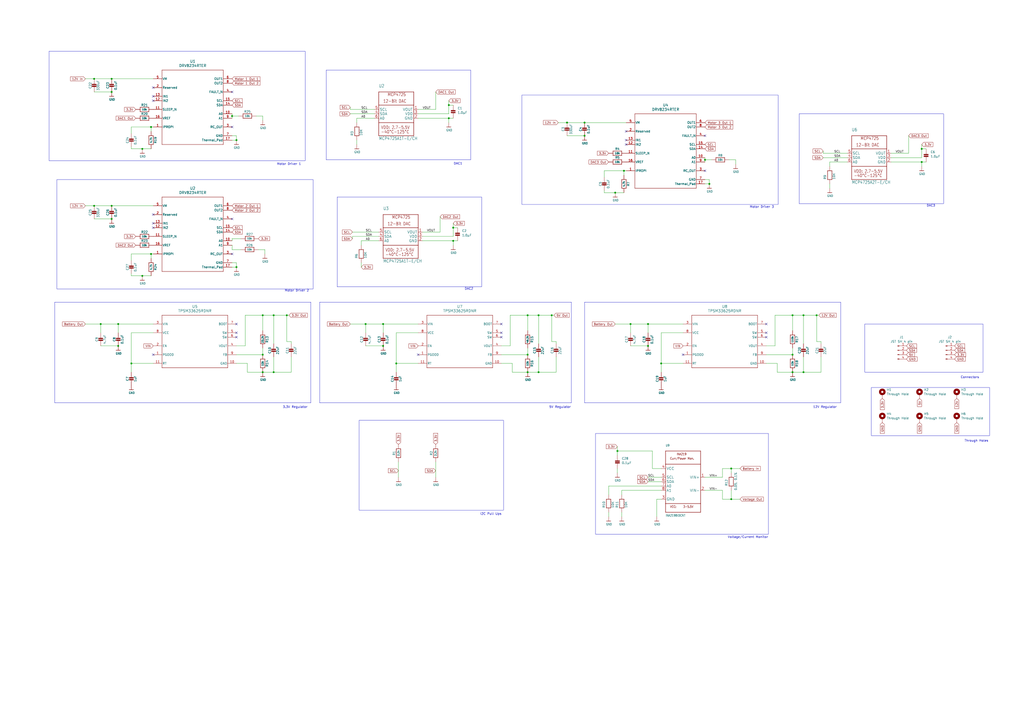
<source format=kicad_sch>
(kicad_sch (version 20250114) (generator "eeschema") (generator_version "9.0")
  (paper "A2")
  (rectangle (start 185.42 175.26) (end 331.47 233.68))
  (rectangle (start 501.65 187.96) (end 570.23 215.9))
  (rectangle (start 208.28 243.84) (end 292.1 295.91))
  (rectangle (start 339.09 175.26) (end 487.68 233.68))
  (rectangle (start 33.02 104.14) (end 181.61 167.64))
  (rectangle (start 28.448 29.718) (end 177.038 93.218))
  (rectangle (start 31.75 175.26) (end 180.34 233.68))
  (rectangle (start 195.58 114.3) (end 279.4 166.37))
  (rectangle (start 505.46 224.79) (end 574.04 252.73))
  (rectangle (start 189.23 40.64) (end 273.05 92.71))
  (rectangle (start 463.55 66.04) (end 547.37 118.11))
  (rectangle (start 302.768 55.118) (end 451.358 118.618))
  (rectangle (start 345.44 251.46) (end 445.77 309.88))
  (text "Motor Driver 3\n\n\n" (at 441.96 122.174 0) (effects (font (size 1.27 1.27))))
  (text "Motor Driver 2\n\n" (at 172.212 169.672 0) (effects (font (size 1.27 1.27))))
  (text "DAC1\n" (at 265.684 94.996 0) (effects (font (size 1.27 1.27))))
  (text "3.3V Regulator\n" (at 171.196 236.22 0) (effects (font (size 1.27 1.27))))
  (text "Motor Driver 1\n" (at 167.64 95.25 0) (effects (font (size 1.27 1.27))))
  (text "Voltage/Current Monitor\n" (at 433.832 311.658 0) (effects (font (size 1.27 1.27))))
  (text "DAC2\n\n" (at 272.034 168.656 0) (effects (font (size 1.27 1.27))))
  (text "Connectors\n" (at 562.61 218.948 0) (effects (font (size 1.27 1.27))))
  (text "Through Holes" (at 566.42 255.778 0) (effects (font (size 1.27 1.27))))
  (text "5V Regulator\n" (at 324.866 236.22 0) (effects (font (size 1.27 1.27))))
  (text "I2C Pull Ups\n" (at 284.734 298.196 0) (effects (font (size 1.27 1.27))))
  (text "12V Regulator\n" (at 478.536 236.22 0) (effects (font (size 1.27 1.27))))
  (text "DAC3\n\n" (at 540.004 120.396 0) (effects (font (size 1.27 1.27))))
  (junction (at 534.67 86.36))
  (junction (at 312.42 215.9))
  (junction (at 466.09 182.88))
  (junction (at 212.09 187.96))
  (junction (at 82.55 160.02))
  (junction (at 320.04 182.88))
  (junction (at 64.77 45.72))
  (junction (at 158.75 182.88))
  (junction (at 152.4 215.9))
  (junction (at 534.67 93.98))
  (junction (at 152.4 205.74))
  (junction (at 361.95 99.06))
  (junction (at 260.35 60.96))
  (junction (at 424.18 289.56))
  (junction (at 137.16 81.28))
  (junction (at 68.58 187.96))
  (junction (at 339.09 78.74))
  (junction (at 137.16 154.94))
  (junction (at 358.14 261.62))
  (junction (at 459.74 215.9))
  (junction (at 473.71 182.88))
  (junction (at 260.35 68.58))
  (junction (at 375.92 200.66))
  (junction (at 466.09 215.9))
  (junction (at 87.63 73.66))
  (junction (at 459.74 205.74))
  (junction (at 222.25 187.96))
  (junction (at 339.09 71.12))
  (junction (at 424.18 271.78))
  (junction (at 411.48 106.68))
  (junction (at 383.54 210.82))
  (junction (at 222.25 200.66))
  (junction (at 68.58 200.66))
  (junction (at 134.62 67.31))
  (junction (at 229.87 210.82))
  (junction (at 87.63 147.32))
  (junction (at 158.75 215.9))
  (junction (at 312.42 182.88))
  (junction (at 408.94 92.71))
  (junction (at 306.07 182.88))
  (junction (at 306.07 215.9))
  (junction (at 64.77 127))
  (junction (at 58.42 187.96))
  (junction (at 365.76 187.96))
  (junction (at 375.92 187.96))
  (junction (at 76.2 210.82))
  (junction (at 459.74 182.88))
  (junction (at 64.77 119.38))
  (junction (at 356.87 111.76))
  (junction (at 152.4 182.88))
  (junction (at 54.61 45.72))
  (junction (at 54.61 119.38))
  (junction (at 166.37 182.88))
  (junction (at 328.93 71.12))
  (junction (at 262.89 132.08))
  (junction (at 64.77 53.34))
  (junction (at 262.89 139.7))
  (junction (at 82.55 86.36))
  (junction (at 306.07 205.74))
  (no_connect (at 88.9 58.42))
  (no_connect (at 444.5 195.58))
  (no_connect (at 88.9 129.54))
  (no_connect (at 88.9 124.46))
  (no_connect (at 444.5 193.04))
  (no_connect (at 137.16 195.58))
  (no_connect (at 134.62 127))
  (no_connect (at 88.9 55.88))
  (no_connect (at 290.83 195.58))
  (no_connect (at 134.62 53.34))
  (no_connect (at 134.62 73.66))
  (no_connect (at 242.57 205.74))
  (no_connect (at 396.24 205.74))
  (no_connect (at 88.9 132.08))
  (no_connect (at 363.22 76.2))
  (no_connect (at 408.94 78.74))
  (no_connect (at 408.94 99.06))
  (no_connect (at 137.16 193.04))
  (no_connect (at 290.83 193.04))
  (no_connect (at 363.22 81.28))
  (no_connect (at 363.22 83.82))
  (no_connect (at 88.9 50.8))
  (no_connect (at 444.5 187.96))
  (no_connect (at 290.83 187.96))
  (no_connect (at 134.62 147.32))
  (no_connect (at 88.9 205.74))
  (no_connect (at 137.16 187.96))
  (wire (pts (xy 411.48 106.68) (xy 408.94 106.68)))
  (wire (pts (xy 378.46 261.62) (xy 358.14 261.62)) (stroke (width 0.1524)))
  (wire (pts (xy 360.68 284.48) (xy 360.68 287.02)) (stroke (width 0.1524)))
  (wire (pts (xy 450.85 210.82) (xy 450.85 215.9)))
  (wire (pts (xy 350.52 111.76) (xy 356.87 111.76)))
  (wire (pts (xy 142.24 200.66) (xy 142.24 182.88)))
  (wire (pts (xy 383.54 284.48) (xy 360.68 284.48)) (stroke (width 0.1524)))
  (wire (pts (xy 481.33 106.68) (xy 481.33 109.22)) (stroke (width 0.1524)))
  (wire (pts (xy 312.42 215.9) (xy 306.07 215.9)))
  (wire (pts (xy 422.91 92.71) (xy 426.72 92.71)))
  (wire (pts (xy 260.35 66.04) (xy 260.35 60.96)) (stroke (width 0.1524)))
  (wire (pts (xy 328.93 71.12) (xy 339.09 71.12)))
  (wire (pts (xy 87.63 73.66) (xy 87.63 76.2)))
  (wire (pts (xy 137.16 78.74) (xy 137.16 81.28)))
  (wire (pts (xy 137.16 152.4) (xy 137.16 154.94)))
  (wire (pts (xy 76.2 210.82) (xy 76.2 215.9)))
  (wire (pts (xy 516.89 93.98) (xy 534.67 93.98)) (stroke (width 0.1524)))
  (wire (pts (xy 166.37 198.12) (xy 166.37 182.88)))
  (wire (pts (xy 76.2 160.02) (xy 82.55 160.02)))
  (wire (pts (xy 408.94 284.48) (xy 419.1 284.48)) (stroke (width 0.1524)))
  (wire (pts (xy 153.67 144.78) (xy 153.67 147.32)))
  (wire (pts (xy 516.89 88.9) (xy 527.05 88.9)) (stroke (width 0.1524)))
  (wire (pts (xy 476.25 198.12) (xy 473.71 198.12)))
  (wire (pts (xy 143.51 215.9) (xy 152.4 215.9)))
  (wire (pts (xy 419.1 271.78) (xy 424.18 271.78)) (stroke (width 0.1524)))
  (wire (pts (xy 209.55 152.4) (xy 209.55 154.94)))
  (wire (pts (xy 365.76 187.96) (xy 365.76 193.04)))
  (wire (pts (xy 477.52 88.9) (xy 491.49 88.9)) (stroke (width 0.1524)))
  (wire (pts (xy 537.21 93.98) (xy 534.67 93.98)) (stroke (width 0.1524)))
  (wire (pts (xy 429.26 271.78) (xy 424.18 271.78)) (stroke (width 0.1524)))
  (wire (pts (xy 262.89 139.7) (xy 262.89 142.24)) (stroke (width 0.1524)))
  (wire (pts (xy 516.89 91.44) (xy 534.67 91.44)) (stroke (width 0.1524)))
  (wire (pts (xy 476.25 207.01) (xy 476.25 215.9)))
  (wire (pts (xy 68.58 187.96) (xy 88.9 187.96)))
  (wire (pts (xy 383.54 276.86) (xy 375.92 276.86)) (stroke (width 0.1524)))
  (wire (pts (xy 158.75 199.39) (xy 158.75 182.88)))
  (wire (pts (xy 534.67 93.98) (xy 534.67 96.52)) (stroke (width 0.1524)))
  (wire (pts (xy 363.22 99.06) (xy 361.95 99.06)))
  (wire (pts (xy 64.77 45.72) (xy 88.9 45.72)))
  (wire (pts (xy 481.33 93.98) (xy 481.33 96.52)) (stroke (width 0.1524)))
  (wire (pts (xy 312.42 182.88) (xy 320.04 182.88)))
  (wire (pts (xy 322.58 207.01) (xy 322.58 215.9)))
  (wire (pts (xy 322.58 198.12) (xy 320.04 198.12)))
  (wire (pts (xy 54.61 53.34) (xy 64.77 53.34)))
  (wire (pts (xy 245.11 137.16) (xy 262.89 137.16)) (stroke (width 0.1524)))
  (wire (pts (xy 381 289.56) (xy 381 299.72)) (stroke (width 0.1524)))
  (wire (pts (xy 49.53 119.38) (xy 54.61 119.38)))
  (wire (pts (xy 166.37 182.88) (xy 167.64 182.88)))
  (wire (pts (xy 158.75 207.01) (xy 158.75 215.9)))
  (wire (pts (xy 49.53 187.96) (xy 58.42 187.96)))
  (wire (pts (xy 459.74 182.88) (xy 466.09 182.88)))
  (wire (pts (xy 262.89 137.16) (xy 262.89 132.08)) (stroke (width 0.1524)))
  (wire (pts (xy 408.94 92.71) (xy 408.94 93.98)))
  (wire (pts (xy 137.16 205.74) (xy 152.4 205.74)))
  (wire (pts (xy 242.57 193.04) (xy 229.87 193.04)))
  (wire (pts (xy 217.17 68.58) (xy 207.01 68.58)) (stroke (width 0.1524)))
  (wire (pts (xy 168.91 215.9) (xy 158.75 215.9)))
  (wire (pts (xy 353.06 297.18) (xy 353.06 299.72)) (stroke (width 0.1524)))
  (wire (pts (xy 87.63 147.32) (xy 76.2 147.32)))
  (wire (pts (xy 424.18 289.56) (xy 429.26 289.56)) (stroke (width 0.1524)))
  (wire (pts (xy 137.16 81.28) (xy 134.62 81.28)))
  (wire (pts (xy 203.2 66.04) (xy 217.17 66.04)) (stroke (width 0.1524)))
  (wire (pts (xy 408.94 104.14) (xy 411.48 104.14)))
  (wire (pts (xy 534.67 86.36) (xy 534.67 83.82)) (stroke (width 0.1524)))
  (wire (pts (xy 426.72 92.71) (xy 426.72 95.25)))
  (wire (pts (xy 255.27 125.73) (xy 255.27 134.62)))
  (wire (pts (xy 88.9 193.04) (xy 76.2 193.04)))
  (wire (pts (xy 375.92 187.96) (xy 396.24 187.96)))
  (wire (pts (xy 527.05 78.74) (xy 527.05 88.9)))
  (wire (pts (xy 152.4 205.74) (xy 152.4 201.93)))
  (wire (pts (xy 82.55 86.36) (xy 87.63 86.36)))
  (wire (pts (xy 383.54 289.56) (xy 381 289.56)) (stroke (width 0.1524)))
  (wire (pts (xy 54.61 127) (xy 64.77 127)))
  (wire (pts (xy 383.54 193.04) (xy 383.54 210.82)))
  (wire (pts (xy 87.63 147.32) (xy 87.63 149.86)))
  (wire (pts (xy 450.85 215.9) (xy 459.74 215.9)))
  (wire (pts (xy 138.43 67.31) (xy 134.62 67.31)))
  (wire (pts (xy 297.18 215.9) (xy 306.07 215.9)))
  (wire (pts (xy 54.61 119.38) (xy 64.77 119.38)))
  (wire (pts (xy 265.43 132.08) (xy 262.89 132.08)) (stroke (width 0.1524)))
  (wire (pts (xy 204.47 134.62) (xy 219.71 134.62)) (stroke (width 0.1524)))
  (wire (pts (xy 290.83 210.82) (xy 297.18 210.82)))
  (wire (pts (xy 245.11 139.7) (xy 262.89 139.7)) (stroke (width 0.1524)))
  (wire (pts (xy 477.52 91.44) (xy 491.49 91.44)) (stroke (width 0.1524)))
  (wire (pts (xy 168.91 207.01) (xy 168.91 215.9)))
  (wire (pts (xy 88.9 73.66) (xy 87.63 73.66)))
  (wire (pts (xy 360.68 297.18) (xy 360.68 299.72)) (stroke (width 0.1524)))
  (wire (pts (xy 365.76 187.96) (xy 375.92 187.96)))
  (wire (pts (xy 383.54 210.82) (xy 396.24 210.82)))
  (wire (pts (xy 137.16 154.94) (xy 134.62 154.94)))
  (wire (pts (xy 168.91 199.39) (xy 168.91 198.12)))
  (wire (pts (xy 87.63 73.66) (xy 76.2 73.66)))
  (wire (pts (xy 339.09 71.12) (xy 363.22 71.12)))
  (wire (pts (xy 290.83 205.74) (xy 306.07 205.74)))
  (wire (pts (xy 424.18 271.78) (xy 424.18 274.32)) (stroke (width 0.1524)))
  (wire (pts (xy 68.58 187.96) (xy 68.58 193.04)))
  (wire (pts (xy 149.86 144.78) (xy 153.67 144.78)))
  (wire (pts (xy 152.4 182.88) (xy 152.4 191.77)))
  (wire (pts (xy 207.01 81.28) (xy 207.01 83.82)) (stroke (width 0.1524)))
  (wire (pts (xy 320.04 182.88) (xy 321.31 182.88)))
  (wire (pts (xy 207.01 68.58) (xy 207.01 71.12)) (stroke (width 0.1524)))
  (wire (pts (xy 473.71 182.88) (xy 474.98 182.88)))
  (wire (pts (xy 408.94 92.71) (xy 408.94 91.44)))
  (wire (pts (xy 229.87 193.04) (xy 229.87 210.82)))
  (wire (pts (xy 137.16 200.66) (xy 142.24 200.66)))
  (wire (pts (xy 466.09 215.9) (xy 459.74 215.9)))
  (wire (pts (xy 203.2 63.5) (xy 217.17 63.5)) (stroke (width 0.1524)))
  (wire (pts (xy 242.57 66.04) (xy 260.35 66.04)) (stroke (width 0.1524)))
  (wire (pts (xy 76.2 193.04) (xy 76.2 210.82)))
  (wire (pts (xy 358.14 271.78) (xy 358.14 274.32)) (stroke (width 0.1524)))
  (wire (pts (xy 82.55 160.02) (xy 87.63 160.02)))
  (wire (pts (xy 534.67 91.44) (xy 534.67 86.36)) (stroke (width 0.1524)))
  (wire (pts (xy 252.73 267.97) (xy 252.73 276.86)))
  (wire (pts (xy 265.43 139.7) (xy 262.89 139.7)) (stroke (width 0.1524)))
  (wire (pts (xy 139.7 144.78) (xy 134.62 144.78)))
  (wire (pts (xy 222.25 187.96) (xy 242.57 187.96)))
  (wire (pts (xy 152.4 182.88) (xy 158.75 182.88)))
  (wire (pts (xy 444.5 210.82) (xy 450.85 210.82)))
  (wire (pts (xy 203.2 187.96) (xy 212.09 187.96)))
  (wire (pts (xy 242.57 68.58) (xy 260.35 68.58)) (stroke (width 0.1524)))
  (wire (pts (xy 148.59 67.31) (xy 152.4 67.31)))
  (wire (pts (xy 444.5 200.66) (xy 449.58 200.66)))
  (wire (pts (xy 295.91 200.66) (xy 295.91 182.88)))
  (wire (pts (xy 424.18 289.56) (xy 424.18 284.48)) (stroke (width 0.1524)))
  (wire (pts (xy 491.49 93.98) (xy 481.33 93.98)) (stroke (width 0.1524)))
  (wire (pts (xy 58.42 187.96) (xy 68.58 187.96)))
  (wire (pts (xy 252.73 53.34) (xy 252.73 63.5)))
  (wire (pts (xy 419.1 276.86) (xy 419.1 271.78)) (stroke (width 0.1524)))
  (wire (pts (xy 262.89 132.08) (xy 262.89 129.54)) (stroke (width 0.1524)))
  (wire (pts (xy 356.87 111.76) (xy 361.95 111.76)))
  (wire (pts (xy 444.5 205.74) (xy 459.74 205.74)))
  (wire (pts (xy 49.53 45.72) (xy 54.61 45.72)))
  (wire (pts (xy 203.2 63.5) (xy 203.2 62.23)) (stroke (width 0.1524)))
  (wire (pts (xy 76.2 85.09) (xy 76.2 86.36)))
  (wire (pts (xy 537.21 86.36) (xy 534.67 86.36)) (stroke (width 0.1524)))
  (wire (pts (xy 383.54 279.4) (xy 375.92 279.4)) (stroke (width 0.1524)))
  (wire (pts (xy 143.51 210.82) (xy 143.51 215.9)))
  (wire (pts (xy 134.62 67.31) (xy 134.62 66.04)))
  (wire (pts (xy 312.42 199.39) (xy 312.42 182.88)))
  (wire (pts (xy 209.55 139.7) (xy 209.55 142.24)) (stroke (width 0.1524)))
  (wire (pts (xy 262.89 60.96) (xy 260.35 60.96)) (stroke (width 0.1524)))
  (wire (pts (xy 134.62 78.74) (xy 137.16 78.74)))
  (wire (pts (xy 408.94 276.86) (xy 419.1 276.86)) (stroke (width 0.1524)))
  (wire (pts (xy 466.09 199.39) (xy 466.09 182.88)))
  (wire (pts (xy 158.75 182.88) (xy 166.37 182.88)))
  (wire (pts (xy 356.87 187.96) (xy 365.76 187.96)))
  (wire (pts (xy 152.4 67.31) (xy 152.4 69.85)))
  (wire (pts (xy 260.35 60.96) (xy 260.35 58.42)) (stroke (width 0.1524)))
  (wire (pts (xy 365.76 200.66) (xy 375.92 200.66)))
  (wire (pts (xy 137.16 210.82) (xy 143.51 210.82)))
  (wire (pts (xy 134.62 138.43) (xy 134.62 139.7)))
  (wire (pts (xy 350.52 110.49) (xy 350.52 111.76)))
  (wire (pts (xy 242.57 63.5) (xy 252.73 63.5)) (stroke (width 0.1524)))
  (wire (pts (xy 76.2 73.66) (xy 76.2 77.47)))
  (wire (pts (xy 222.25 187.96) (xy 222.25 193.04)))
  (wire (pts (xy 361.95 99.06) (xy 350.52 99.06)))
  (wire (pts (xy 449.58 182.88) (xy 459.74 182.88)))
  (wire (pts (xy 204.47 137.16) (xy 204.47 138.43)))
  (wire (pts (xy 295.91 182.88) (xy 306.07 182.88)))
  (wire (pts (xy 229.87 210.82) (xy 242.57 210.82)))
  (wire (pts (xy 58.42 187.96) (xy 58.42 193.04)))
  (wire (pts (xy 64.77 119.38) (xy 88.9 119.38)))
  (wire (pts (xy 476.25 199.39) (xy 476.25 198.12)))
  (wire (pts (xy 328.93 78.74) (xy 339.09 78.74)))
  (wire (pts (xy 229.87 210.82) (xy 229.87 215.9)))
  (wire (pts (xy 306.07 182.88) (xy 312.42 182.88)))
  (wire (pts (xy 411.48 104.14) (xy 411.48 106.68)))
  (wire (pts (xy 76.2 210.82) (xy 88.9 210.82)))
  (wire (pts (xy 306.07 182.88) (xy 306.07 191.77)))
  (wire (pts (xy 139.7 138.43) (xy 134.62 138.43)))
  (wire (pts (xy 322.58 215.9) (xy 312.42 215.9)))
  (wire (pts (xy 168.91 198.12) (xy 166.37 198.12)))
  (wire (pts (xy 361.95 99.06) (xy 361.95 101.6)))
  (wire (pts (xy 383.54 281.94) (xy 353.06 281.94)) (stroke (width 0.1524)))
  (wire (pts (xy 383.54 271.78) (xy 378.46 271.78)) (stroke (width 0.1524)))
  (wire (pts (xy 212.09 187.96) (xy 212.09 193.04)))
  (wire (pts (xy 459.74 182.88) (xy 459.74 191.77)))
  (wire (pts (xy 383.54 210.82) (xy 383.54 215.9)))
  (wire (pts (xy 378.46 271.78) (xy 378.46 261.62)) (stroke (width 0.1524)))
  (wire (pts (xy 476.25 215.9) (xy 466.09 215.9)))
  (wire (pts (xy 412.75 92.71) (xy 408.94 92.71)))
  (wire (pts (xy 358.14 261.62) (xy 358.14 264.16)) (stroke (width 0.1524)))
  (wire (pts (xy 353.06 281.94) (xy 353.06 287.02)) (stroke (width 0.1524)))
  (wire (pts (xy 134.62 144.78) (xy 134.62 142.24)))
  (wire (pts (xy 466.09 182.88) (xy 473.71 182.88)))
  (wire (pts (xy 375.92 187.96) (xy 375.92 193.04)))
  (wire (pts (xy 297.18 210.82) (xy 297.18 215.9)))
  (wire (pts (xy 477.52 88.9) (xy 477.52 87.63)) (stroke (width 0.1524)))
  (wire (pts (xy 219.71 137.16) (xy 204.47 137.16)))
  (wire (pts (xy 212.09 187.96) (xy 222.25 187.96)))
  (wire (pts (xy 466.09 207.01) (xy 466.09 215.9)))
  (wire (pts (xy 350.52 99.06) (xy 350.52 102.87)))
  (wire (pts (xy 473.71 198.12) (xy 473.71 182.88)))
  (wire (pts (xy 306.07 205.74) (xy 306.07 201.93)))
  (wire (pts (xy 219.71 139.7) (xy 209.55 139.7)) (stroke (width 0.1524)))
  (wire (pts (xy 322.58 199.39) (xy 322.58 198.12)))
  (wire (pts (xy 312.42 207.01) (xy 312.42 215.9)))
  (wire (pts (xy 134.62 152.4) (xy 137.16 152.4)))
  (wire (pts (xy 290.83 200.66) (xy 295.91 200.66)))
  (wire (pts (xy 54.61 45.72) (xy 64.77 45.72)))
  (wire (pts (xy 320.04 198.12) (xy 320.04 182.88)))
  (wire (pts (xy 88.9 147.32) (xy 87.63 147.32)))
  (wire (pts (xy 419.1 289.56) (xy 424.18 289.56)) (stroke (width 0.1524)))
  (wire (pts (xy 212.09 200.66) (xy 222.25 200.66)))
  (wire (pts (xy 419.1 284.48) (xy 419.1 289.56)) (stroke (width 0.1524)))
  (wire (pts (xy 158.75 215.9) (xy 152.4 215.9)))
  (wire (pts (xy 231.14 267.97) (xy 231.14 276.86)))
  (wire (pts (xy 76.2 158.75) (xy 76.2 160.02)))
  (wire (pts (xy 449.58 200.66) (xy 449.58 182.88)))
  (wire (pts (xy 260.35 68.58) (xy 260.35 71.12)) (stroke (width 0.1524)))
  (wire (pts (xy 245.11 134.62) (xy 255.27 134.62)) (stroke (width 0.1524)))
  (wire (pts (xy 58.42 200.66) (xy 68.58 200.66)))
  (wire (pts (xy 134.62 67.31) (xy 134.62 68.58)))
  (wire (pts (xy 142.24 182.88) (xy 152.4 182.88)))
  (wire (pts (xy 76.2 147.32) (xy 76.2 151.13)))
  (wire (pts (xy 76.2 86.36) (xy 82.55 86.36)))
  (wire (pts (xy 262.89 68.58) (xy 260.35 68.58)) (stroke (width 0.1524)))
  (wire (pts (xy 396.24 193.04) (xy 383.54 193.04)))
  (wire (pts (xy 459.74 205.74) (xy 459.74 201.93)))
  (wire (pts (xy 323.85 71.12) (xy 328.93 71.12)))
  (wire (pts (xy 358.14 259.08) (xy 358.14 261.62)) (stroke (width 0.1524)))
  (label "SDA" (at 375.92 279.4 0) (effects (font (size 1.2446 1.2446))))
  (label "SCL" (at 212.09 134.62 0) (effects (font (size 1.2446 1.2446))))
  (label "A0" (at 483.87 93.98 0) (effects (font (size 1.2446 1.2446))))
  (label "SDA" (at 209.55 66.04 0) (effects (font (size 1.2446 1.2446))))
  (label "SDA" (at 212.09 137.16 0) (effects (font (size 1.2446 1.2446))))
  (label "A0" (at 212.09 139.7 0) (effects (font (size 1.2446 1.2446))))
  (label "VIN+" (at 411.48 276.86 0) (effects (font (size 1.2446 1.2446))))
  (label "SCL" (at 209.55 63.5 0) (effects (font (size 1.2446 1.2446))))
  (label "SDA" (at 483.87 91.44 0) (effects (font (size 1.2446 1.2446))))
  (label "A0" (at 209.55 68.58 0) (effects (font (size 1.2446 1.2446))))
  (label "VIN-" (at 411.48 284.48 0) (effects (font (size 1.2446 1.2446))))
  (label "SCL" (at 483.87 88.9 0) (effects (font (size 1.2446 1.2446))))
  (label "VOUT" (at 519.43 88.9 0) (effects (font (size 1.2446 1.2446))))
  (label "VOUT" (at 247.65 134.62 0) (effects (font (size 1.2446 1.2446))))
  (label "VOUT" (at 245.11 63.5 0) (effects (font (size 1.2446 1.2446))))
  (label "SCL" (at 375.92 276.86 0) (effects (font (size 1.2446 1.2446))))
  (global_label "GND" (shape input) (at 553.72 208.28 0) (property "Intersheetrefs" "${INTERSHEET_REFS}" (effects (hide yes))))
  (global_label "GND" (shape input) (at 533.4 245.11 270) (property "Intersheetrefs" "${INTERSHEET_REFS}" (effects (hide yes))))
  (global_label "SDA" (shape input) (at 525.78 203.2 0) (property "Intersheetrefs" "${INTERSHEET_REFS}" (effects (hide yes))))
  (global_label "Motor 3 Out 2" (shape input) (at 408.94 73.66 0) (property "Intersheetrefs" "${INTERSHEET_REFS}" (effects (hide yes))))
  (global_label "SCL" (shape input) (at 477.52 87.63 180) (property "Intersheetrefs" "${INTERSHEET_REFS}" (effects (hide yes))))
  (global_label "SCL" (shape input) (at 203.2 62.23 180) (property "Intersheetrefs" "${INTERSHEET_REFS}" (effects (hide yes))))
  (global_label "SCL" (shape input) (at 134.62 132.08 0) (property "Intersheetrefs" "${INTERSHEET_REFS}" (effects (hide yes))))
  (global_label "12V Out" (shape input) (at 474.98 182.88 0) (property "Intersheetrefs" "${INTERSHEET_REFS}" (effects (hide yes))))
  (global_label "DAC3 Out" (shape input) (at 353.06 93.98 180) (property "Intersheetrefs" "${INTERSHEET_REFS}" (effects (hide yes))))
  (global_label "SDA" (shape input) (at 134.62 60.96 0) (property "Intersheetrefs" "${INTERSHEET_REFS}" (effects (hide yes))))
  (global_label "DAC3 Out" (shape input) (at 527.05 78.74 0) (property "Intersheetrefs" "${INTERSHEET_REFS}" (effects (hide yes))))
  (global_label "VIN" (shape input) (at 88.9 200.66 180) (property "Intersheetrefs" "${INTERSHEET_REFS}" (effects (hide yes))))
  (global_label "Motor 3 Out 1" (shape input) (at 408.94 71.12 0) (property "Intersheetrefs" "${INTERSHEET_REFS}" (effects (hide yes))))
  (global_label "SDA" (shape input) (at 477.52 91.44 180) (property "Intersheetrefs" "${INTERSHEET_REFS}" (effects (hide yes))))
  (global_label "SDA" (shape input) (at 203.2 66.04 180) (property "Intersheetrefs" "${INTERSHEET_REFS}" (effects (hide yes))))
  (global_label "3.3V" (shape input) (at 149.86 138.43 0) (property "Intersheetrefs" "${INTERSHEET_REFS}" (effects (hide yes))))
  (global_label "3.3V" (shape input) (at 209.55 154.94 0) (property "Intersheetrefs" "${INTERSHEET_REFS}" (effects (hide yes))))
  (global_label "12V" (shape input) (at 554.99 231.14 270) (property "Intersheetrefs" "${INTERSHEET_REFS}" (effects (hide yes))))
  (global_label "3.3V" (shape input) (at 553.72 205.74 0) (property "Intersheetrefs" "${INTERSHEET_REFS}" (effects (hide yes))))
  (global_label "SDA" (shape input) (at 408.94 86.36 0) (property "Intersheetrefs" "${INTERSHEET_REFS}" (effects (hide yes))))
  (global_label "GND" (shape input) (at 525.78 208.28 0) (property "Intersheetrefs" "${INTERSHEET_REFS}" (effects (hide yes))))
  (global_label "3.3V Out" (shape input) (at 167.64 182.88 0) (property "Intersheetrefs" "${INTERSHEET_REFS}" (effects (hide yes))))
  (global_label "3.3V" (shape input) (at 78.74 137.16 180) (property "Intersheetrefs" "${INTERSHEET_REFS}" (effects (hide yes))))
  (global_label "DAC1 Out" (shape input) (at 78.74 68.58 180) (property "Intersheetrefs" "${INTERSHEET_REFS}" (effects (hide yes))))
  (global_label "Motor 1 Out 2" (shape input) (at 134.62 48.26 0) (property "Intersheetrefs" "${INTERSHEET_REFS}" (effects (hide yes))))
  (global_label "GND" (shape input) (at 554.99 245.11 270) (property "Intersheetrefs" "${INTERSHEET_REFS}" (effects (hide yes))))
  (global_label "SDA" (shape input) (at 204.47 138.43 180) (property "Intersheetrefs" "${INTERSHEET_REFS}" (effects (hide yes))))
  (global_label "Battery Out" (shape input) (at 49.53 187.96 180) (property "Intersheetrefs" "${INTERSHEET_REFS}" (effects (hide yes))))
  (global_label "SCL" (shape input) (at 525.78 200.66 0) (property "Intersheetrefs" "${INTERSHEET_REFS}" (effects (hide yes))))
  (global_label "VIN" (shape input) (at 396.24 200.66 180) (property "Intersheetrefs" "${INTERSHEET_REFS}" (effects (hide yes))))
  (global_label "DAC1 Out" (shape input) (at 252.73 53.34 0) (property "Intersheetrefs" "${INTERSHEET_REFS}" (effects (hide yes))))
  (global_label "5V" (shape input) (at 525.78 205.74 0) (property "Intersheetrefs" "${INTERSHEET_REFS}" (effects (hide yes))))
  (global_label "Motor 2 Out 1" (shape input) (at 134.62 119.38 0) (property "Intersheetrefs" "${INTERSHEET_REFS}" (effects (hide yes))))
  (global_label "12V In" (shape input) (at 323.85 71.12 180) (property "Intersheetrefs" "${INTERSHEET_REFS}" (effects (hide yes))))
  (global_label "VIN" (shape input) (at 242.57 200.66 180) (property "Intersheetrefs" "${INTERSHEET_REFS}" (effects (hide yes))))
  (global_label "SCL" (shape input) (at 134.62 58.42 0) (property "Intersheetrefs" "${INTERSHEET_REFS}" (effects (hide yes))))
  (global_label "SCL" (shape input) (at 375.92 276.86 180) (property "Intersheetrefs" "${INTERSHEET_REFS}" (effects (hide yes))))
  (global_label "Battery Out" (shape input) (at 356.87 187.96 180) (property "Intersheetrefs" "${INTERSHEET_REFS}" (effects (hide yes))))
  (global_label "SDA" (shape input) (at 134.62 134.62 0) (property "Intersheetrefs" "${INTERSHEET_REFS}" (effects (hide yes))))
  (global_label "3.3V" (shape input) (at 78.74 63.5 180) (property "Intersheetrefs" "${INTERSHEET_REFS}" (effects (hide yes))))
  (global_label "3.3V" (shape input) (at 353.06 88.9 180) (property "Intersheetrefs" "${INTERSHEET_REFS}" (effects (hide yes))))
  (global_label "SDA" (shape input) (at 252.73 273.05 180) (property "Intersheetrefs" "${INTERSHEET_REFS}" (effects (hide yes))))
  (global_label "3.3V" (shape input) (at 358.14 259.08 180) (property "Intersheetrefs" "${INTERSHEET_REFS}" (effects (hide yes))))
  (global_label "5V" (shape input) (at 533.4 231.14 270) (property "Intersheetrefs" "${INTERSHEET_REFS}" (effects (hide yes))))
  (global_label "GND" (shape input) (at 511.81 245.11 270) (property "Intersheetrefs" "${INTERSHEET_REFS}" (effects (hide yes))))
  (global_label "3.3V" (shape input) (at 231.14 257.81 90) (property "Intersheetrefs" "${INTERSHEET_REFS}" (effects (hide yes))))
  (global_label "SCL" (shape input) (at 408.94 83.82 0) (property "Intersheetrefs" "${INTERSHEET_REFS}" (effects (hide yes))))
  (global_label "5V Out" (shape input) (at 321.31 182.88 0) (property "Intersheetrefs" "${INTERSHEET_REFS}" (effects (hide yes))))
  (global_label "3.3V" (shape input) (at 262.89 129.54 0) (property "Intersheetrefs" "${INTERSHEET_REFS}" (effects (hide yes))))
  (global_label "SDA" (shape input) (at 375.92 279.4 180) (property "Intersheetrefs" "${INTERSHEET_REFS}" (effects (hide yes))))
  (global_label "SCL" (shape input) (at 204.47 134.62 180) (property "Intersheetrefs" "${INTERSHEET_REFS}" (effects (hide yes))))
  (global_label "3.3V" (shape input) (at 252.73 257.81 90) (property "Intersheetrefs" "${INTERSHEET_REFS}" (effects (hide yes))))
  (global_label "3.3V" (shape input) (at 511.81 231.14 270) (property "Intersheetrefs" "${INTERSHEET_REFS}" (effects (hide yes))))
  (global_label "DAC2 Out" (shape input) (at 255.27 125.73 0) (property "Intersheetrefs" "${INTERSHEET_REFS}" (effects (hide yes))))
  (global_label "Battery Out" (shape input) (at 203.2 187.96 180) (property "Intersheetrefs" "${INTERSHEET_REFS}" (effects (hide yes))))
  (global_label "SDA" (shape input) (at 553.72 203.2 0) (property "Intersheetrefs" "${INTERSHEET_REFS}" (effects (hide yes))))
  (global_label "Battery In" (shape input) (at 429.26 271.78 0) (property "Intersheetrefs" "${INTERSHEET_REFS}" (effects (hide yes))))
  (global_label "Motor 1 Out 1" (shape input) (at 134.62 45.72 0) (property "Intersheetrefs" "${INTERSHEET_REFS}" (effects (hide yes))))
  (global_label "SCL" (shape input) (at 553.72 200.66 0) (property "Intersheetrefs" "${INTERSHEET_REFS}" (effects (hide yes))))
  (global_label "12V In" (shape input) (at 49.53 119.38 180) (property "Intersheetrefs" "${INTERSHEET_REFS}" (effects (hide yes))))
  (global_label "Voltage Out" (shape input) (at 429.26 289.56 0) (property "Intersheetrefs" "${INTERSHEET_REFS}" (effects (hide yes))))
  (global_label "3.3V" (shape input) (at 260.35 58.42 0) (property "Intersheetrefs" "${INTERSHEET_REFS}" (effects (hide yes))))
  (global_label "SCL" (shape input) (at 231.14 273.05 180) (property "Intersheetrefs" "${INTERSHEET_REFS}" (effects (hide yes))))
  (global_label "Motor 2 Out 2" (shape input) (at 134.62 121.92 0) (property "Intersheetrefs" "${INTERSHEET_REFS}" (effects (hide yes))))
  (global_label "12V In" (shape input) (at 49.53 45.72 180) (property "Intersheetrefs" "${INTERSHEET_REFS}" (effects (hide yes))))
  (global_label "DAC2 Out" (shape input) (at 78.74 142.24 180) (property "Intersheetrefs" "${INTERSHEET_REFS}" (effects (hide yes))))
  (global_label "3.3V" (shape input) (at 534.67 83.82 0) (property "Intersheetrefs" "${INTERSHEET_REFS}" (effects (hide yes))))
  (symbol (lib_id "MotorDriverBreakoutLib:GND") (at 481.33 111.76 0) (unit 1)
    (property "Reference" "#U$011" (effects (hide yes)))
    (property "Value" "GND" (at 479.806 114.3 0) (effects (font (size 1.27 1.0795)) (justify left bottom)))
  )
  (symbol (lib_id "MotorDriverBreakoutLib:RESISTOR0805") (at 481.33 101.6 90) (unit 1)
    (property "Reference" "R9" (at 479.298 104.14 0) (effects (justify left bottom)))
    (property "Value" "10K" (at 484.505 104.14 0) (effects (justify left bottom)))
    (property "Footprint" "Adafruit MCP4725 Original:0805" (effects (hide yes)))
  )
  (symbol (lib_id "Connector:Conn_01x04_Pin") (at 548.64 203.2 0) (unit 1)
    (property "Reference" "J2" (at 550.926 195.58 0))
    (property "Value" "JST SH 4 pin" (at 550.926 198.12 0))
    (property "Description" "Generic connector, single row, 01x04, script generated" (effects (hide yes)))
  )
  (symbol (lib_id "MotorDriverBreakoutLib:DAC_MCP4725") (at 229.87 66.04 0) (unit 1)
    (property "Reference" "U2" (at 219.71 50.8 0) (effects (font (size 1.778 1.5113)) (justify left bottom)))
    (property "Value" "MCP4725A1T-E/CH" (at 219.71 81.28 0) (effects (font (size 1.778 1.5113)) (justify left bottom)))
    (property "Footprint" "Adafruit MCP4725 Original:SOT23-6" (effects (hide yes)))
  )
  (symbol (lib_id "MotorDriverBreakoutLib:GND") (at 534.67 99.06 0) (unit 1)
    (property "Reference" "#U$012" (effects (hide yes)))
    (property "Value" "GND" (at 533.146 101.6 0) (effects (font (size 1.27 1.0795)) (justify left bottom)))
  )
  (symbol (lib_id "MotorDriverBreakoutLib:CAP_CERAMIC0805-NOOUTLINE") (at 76.2 156.21 0) (unit 1)
    (property "Reference" "C27" (at 73.91 154.96 90))
    (property "Value" "0.1uF" (at 78.5 154.96 90))
    (property "Footprint" "Adafruit MPM3610:0805-NO" (effects (hide yes)))
  )
  (symbol (lib_id "MotorDriverBreakoutLib:GND") (at 76.2 226.06 0) (unit 1)
    (property "Reference" "#U$015" (effects (hide yes)))
    (property "Value" "GND" (at 74.676 228.6 0) (effects (font (size 1.27 1.0795)) (justify left bottom)))
  )
  (symbol (lib_id "MotorDriverBreakoutLib:GND") (at 82.55 88.9 0) (unit 1)
    (property "Reference" "#U$031" (effects (hide yes)))
    (property "Value" "GND" (at 81.026 91.44 0) (effects (font (size 1.27 1.0795)) (justify left bottom)))
  )
  (symbol (lib_id "MotorDriverBreakoutLib:RESISTOR_0603_NOOUT") (at 358.14 93.98 0) (unit 1)
    (property "Reference" "R5" (at 358.14 91.44 0))
    (property "Value" "10k" (at 358.14 93.98 0) (effects (font (size 1.016 1.016) (thickness 0.2032) (bold yes))))
    (property "Footprint" "Adafruit MPM3610:0603-NO" (effects (hide yes)))
  )
  (symbol (lib_name "DRV8234RTER_1") (lib_id "MotorDriverBreakoutLib:DRV8234RTER") (at 88.9 45.72 0) (unit 1)
    (property "Reference" "U1" (at 111.76 35.56 0) (effects (font (size 1.524 1.524))))
    (property "Value" "DRV8234RTER" (at 111.76 38.1 0) (effects (font (size 1.524 1.524))))
    (property "Footprint" "RTE0016C-IPC_A" (effects (hide yes)))
    (property "Datasheet" "https://www.ti.com/lit/gpn/drv8234" (effects (hide yes)))
  )
  (symbol (lib_id "MotorDriverBreakoutLib:RESISTOR_0603_NOOUT") (at 358.14 88.9 0) (unit 1)
    (property "Reference" "R4" (at 358.14 86.36 0))
    (property "Value" "10k" (at 358.14 88.9 0) (effects (font (size 1.016 1.016) (thickness 0.2032) (bold yes))))
    (property "Footprint" "Adafruit MPM3610:0603-NO" (effects (hide yes)))
  )
  (symbol (lib_id "MotorDriverBreakoutLib:RESISTOR_0603_NOOUT") (at 143.51 67.31 0) (unit 1)
    (property "Reference" "R25" (at 143.51 64.77 0))
    (property "Value" "10k" (at 143.51 67.31 0) (effects (font (size 1.016 1.016) (thickness 0.2032) (bold yes))))
    (property "Footprint" "Adafruit MPM3610:0603-NO" (effects (hide yes)))
  )
  (symbol (lib_id "MotorDriverBreakoutLib:DAC_MCP4725") (at 504.19 91.44 0) (unit 1)
    (property "Reference" "U6" (at 494.03 76.2 0) (effects (font (size 1.778 1.5113)) (justify left bottom)))
    (property "Value" "MCP4725A2T-E/CH" (at 494.03 106.68 0) (effects (font (size 1.778 1.5113)) (justify left bottom)))
    (property "Footprint" "Adafruit MCP4725 Original:SOT23-6" (effects (hide yes)))
  )
  (symbol (lib_id "MotorDriverBreakoutLib:GND") (at 222.25 203.2 0) (unit 1)
    (property "Reference" "#U$024" (effects (hide yes)))
    (property "Value" "GND" (at 220.726 205.74 0) (effects (font (size 1.27 1.0795)) (justify left bottom)))
  )
  (symbol (lib_id "MotorDriverBreakoutLib:CAP_CERAMIC0805-NOOUTLINE") (at 375.92 198.12 0) (unit 1)
    (property "Reference" "C18" (at 373.63 196.87 90))
    (property "Value" "0.1uF" (at 378.22 196.87 90))
    (property "Footprint" "Adafruit MPM3610:0805-NO" (effects (hide yes)))
  )
  (symbol (lib_id "MotorDriverBreakoutLib:CAP_CERAMIC0805-NOOUTLINE") (at 312.42 204.47 0) (unit 1)
    (property "Reference" "C15" (at 310.13 203.22 90))
    (property "Value" "22uF" (at 314.72 203.22 90))
    (property "Footprint" "Adafruit MPM3610:0805-NO" (effects (hide yes)))
  )
  (symbol (lib_id "MotorDriverBreakoutLib:RESISTOR0805") (at 209.55 147.32 90) (unit 1)
    (property "Reference" "R6" (at 207.518 149.86 0) (effects (justify left bottom)))
    (property "Value" "10K" (at 212.725 149.86 0) (effects (justify left bottom)))
    (property "Footprint" "Adafruit MCP4725 Original:0805" (effects (hide yes)))
  )
  (symbol (lib_id "MotorDriverBreakoutLib:RESISTOR_0603_NOOUT") (at 144.78 144.78 0) (unit 1)
    (property "Reference" "R26" (at 144.78 142.24 0))
    (property "Value" "10k" (at 144.78 144.78 0) (effects (font (size 1.016 1.016) (thickness 0.2032) (bold yes))))
    (property "Footprint" "Adafruit MPM3610:0603-NO" (effects (hide yes)))
  )
  (symbol (lib_id "MotorDriverBreakoutLib:RESISTOR_0603_NOOUT") (at 417.83 92.71 0) (unit 1)
    (property "Reference" "R8" (at 417.83 90.17 0))
    (property "Value" "10k" (at 417.83 92.71 0) (effects (font (size 1.016 1.016) (thickness 0.2032) (bold yes))))
    (property "Footprint" "Adafruit MPM3610:0603-NO" (effects (hide yes)))
  )
  (symbol (lib_id "MotorDriverBreakoutLib:INA219") (at 396.24 279.4 0) (unit 1)
    (property "Reference" "U9" (at 386.08 259.08 0) (effects (font (size 1.27 1.0795)) (justify left bottom)))
    (property "Value" "INA219BIDCNT" (at 386.08 299.72 0) (effects (font (size 1.27 1.0795)) (justify left bottom)))
    (property "Footprint" "Adafruit_INA219_CurPowerMonitor:SOT23-8" (effects (hide yes)))
  )
  (symbol (lib_id "MotorDriverBreakoutLib:CAP_CERAMIC0805-NOOUTLINE") (at 58.42 198.12 0) (unit 1)
    (property "Reference" "C9" (at 56.13 196.87 90))
    (property "Value" "4.7uF" (at 60.72 196.87 90))
    (property "Footprint" "Adafruit MPM3610:0805-NO" (effects (hide yes)))
  )
  (symbol (lib_id "MotorDriverBreakoutLib:GND") (at 252.73 279.4 0) (unit 1)
    (property "Reference" "#U$02" (effects (hide yes)))
    (property "Value" "GND" (at 251.206 281.94 0) (effects (font (size 1.27 1.0795)) (justify left bottom)))
  )
  (symbol (lib_id "MotorDriverBreakoutLib:RESISTOR0805") (at 207.01 76.2 90) (unit 1)
    (property "Reference" "R3" (at 204.978 78.74 0) (effects (justify left bottom)))
    (property "Value" "10K" (at 210.185 78.74 0) (effects (justify left bottom)))
    (property "Footprint" "Adafruit MCP4725 Original:0805" (effects (hide yes)))
  )
  (symbol (lib_id "MotorDriverBreakoutLib:GND") (at 137.16 157.48 0) (unit 1)
    (property "Reference" "#U$035" (effects (hide yes)))
    (property "Value" "GND" (at 135.636 160.02 0) (effects (font (size 1.27 1.0795)) (justify left bottom)))
  )
  (symbol (lib_id "MotorDriverBreakoutLib:RESISTOR0805") (at 360.68 292.1 90) (unit 1)
    (property "Reference" "R11" (at 358.648 294.64 0) (effects (justify left bottom)))
    (property "Value" "10K" (at 363.855 294.64 0) (effects (justify left bottom)))
    (property "Footprint" "Adafruit_INA219_CurPowerMonitor:0805" (effects (hide yes)))
  )
  (symbol (lib_id "MotorDriverBreakoutLib:TPSM33625RDNR") (at 396.24 187.96 0) (unit 1)
    (property "Reference" "U8" (at 420.37 177.8 0) (effects (font (size 1.524 1.524))))
    (property "Value" "TPSM33625RDNR" (at 420.37 180.34 0) (effects (font (size 1.524 1.524))))
    (property "Footprint" "RDN0011A-MFG" (effects (hide yes)))
    (property "Datasheet" "https://www.ti.com/lit/gpn/tpsm33625" (effects (hide yes)))
  )
  (symbol (lib_id "MotorDriverBreakoutLib:GND") (at 375.92 203.2 0) (unit 1)
    (property "Reference" "#U$027" (effects (hide yes)))
    (property "Value" "GND" (at 374.396 205.74 0) (effects (font (size 1.27 1.0795)) (justify left bottom)))
  )
  (symbol (lib_id "MotorDriverBreakoutLib:GND") (at 426.72 97.79 0) (unit 1)
    (property "Reference" "#U$09" (effects (hide yes)))
    (property "Value" "GND" (at 425.196 100.33 0) (effects (font (size 1.27 1.0795)) (justify left bottom)))
  )
  (symbol (lib_id "Mechanical:MountingHole_Pad") (at 511.81 242.57 0) (unit 1) (in_bom no)
    (property "Reference" "H4" (at 514.35 240.0299 0) (effects (justify left)))
    (property "Value" "Through Hole" (at 514.35 242.5699 0) (effects (justify left)))
    (property "Description" "Mounting Hole with connection" (effects (hide yes)))
  )
  (symbol (lib_id "MotorDriverBreakoutLib:CAP_CERAMIC0805-NOOUTLINE") (at 64.77 124.46 0) (unit 1)
    (property "Reference" "C26" (at 62.48 123.21 90))
    (property "Value" "0.1uF" (at 67.07 123.21 90))
    (property "Footprint" "Adafruit MPM3610:0805-NO" (effects (hide yes)))
  )
  (symbol (lib_id "MotorDriverBreakoutLib:RESISTOR_0603_NOOUT") (at 87.63 154.94 270) (unit 1)
    (property "Reference" "R24" (at 90.17 154.94 0))
    (property "Value" "4.7k" (at 87.63 154.94 0) (effects (font (size 1.016 1.016) (thickness 0.2032) (bold yes))))
    (property "Footprint" "Adafruit MPM3610:0603-NO" (effects (hide yes)))
  )
  (symbol (lib_id "MotorDriverBreakoutLib:CAP_CERAMIC0805-NOOUTLINE") (at 328.93 76.2 0) (unit 1)
    (property "Reference" "C3" (at 326.64 74.95 90))
    (property "Value" "330uF" (at 331.23 74.95 90))
    (property "Footprint" "Adafruit MPM3610:0805-NO" (effects (hide yes)))
  )
  (symbol (lib_id "MotorDriverBreakoutLib:DAC_MCP4725") (at 232.41 137.16 0) (unit 1)
    (property "Reference" "U3" (at 222.25 121.92 0) (effects (font (size 1.778 1.5113)) (justify left bottom)))
    (property "Value" "MCP4725A1T-E/CH" (at 222.25 152.4 0) (effects (font (size 1.778 1.5113)) (justify left bottom)))
    (property "Footprint" "Adafruit MCP4725 Original:SOT23-6" (effects (hide yes)))
  )
  (symbol (lib_id "MotorDriverBreakoutLib:GND") (at 260.35 73.66 0) (unit 1)
    (property "Reference" "#U$3" (effects (hide yes)))
    (property "Value" "GND" (at 258.826 76.2 0) (effects (font (size 1.27 1.0795)) (justify left bottom)))
  )
  (symbol (lib_id "MotorDriverBreakoutLib:RESISTOR_0603_NOOUT") (at 361.95 106.68 270) (unit 1)
    (property "Reference" "R7" (at 364.49 106.68 0))
    (property "Value" "4.7k" (at 361.95 106.68 0) (effects (font (size 1.016 1.016) (thickness 0.2032) (bold yes))))
    (property "Footprint" "Adafruit MPM3610:0603-NO" (effects (hide yes)))
  )
  (symbol (lib_id "MotorDriverBreakoutLib:CAP_CERAMIC0805") (at 265.43 137.16 0) (unit 1)
    (property "Reference" "C2" (at 267.97 134.62 0) (effects (justify left bottom)))
    (property "Value" "1.0µF" (at 267.97 137.16 0) (effects (justify left bottom)))
    (property "Footprint" "Adafruit MCP4725 Original:0805" (effects (hide yes)))
  )
  (symbol (lib_id "MotorDriverBreakoutLib:TPSM33625RDNR") (at 88.9 187.96 0) (unit 1)
    (property "Reference" "U5" (at 113.03 177.8 0) (effects (font (size 1.524 1.524))))
    (property "Value" "TPSM33625RDNR" (at 113.03 180.34 0) (effects (font (size 1.524 1.524))))
    (property "Footprint" "RDN0011A-MFG" (effects (hide yes)))
    (property "Datasheet" "https://www.ti.com/lit/gpn/tpsm33625" (effects (hide yes)))
  )
  (symbol (lib_id "MotorDriverBreakoutLib:RESISTOR_0603_NOOUT") (at 83.82 68.58 0) (unit 1)
    (property "Reference" "R20" (at 83.82 66.04 0))
    (property "Value" "10k" (at 83.82 68.58 0) (effects (font (size 1.016 1.016) (thickness 0.2032) (bold yes))))
    (property "Footprint" "Adafruit MPM3610:0603-NO" (effects (hide yes)))
  )
  (symbol (lib_id "MotorDriverBreakoutLib:GND") (at 358.14 276.86 0) (unit 1)
    (property "Reference" "#U$5" (effects (hide yes)))
    (property "Value" "GND" (at 356.616 279.4 0) (effects (font (size 1.27 1.0795)) (justify left bottom)))
  )
  (symbol (lib_id "MotorDriverBreakoutLib:CAP_CERAMIC0805-NOOUTLINE") (at 322.58 204.47 0) (unit 1)
    (property "Reference" "C16" (at 320.29 203.22 90))
    (property "Value" "22uF" (at 324.88 203.22 90))
    (property "Footprint" "Adafruit MPM3610:0805-NO" (effects (hide yes)))
  )
  (symbol (lib_id "MotorDriverBreakoutLib:CAP_CERAMIC0805-NOOUTLINE") (at 64.77 50.8 0) (unit 1)
    (property "Reference" "C23" (at 62.48 49.55 90))
    (property "Value" "0.1uF" (at 67.07 49.55 90))
    (property "Footprint" "Adafruit MPM3610:0805-NO" (effects (hide yes)))
  )
  (symbol (lib_id "MotorDriverBreakoutLib:RESISTOR_0603_NOOUT") (at 231.14 262.89 90) (unit 1)
    (property "Reference" "R1" (at 228.6 262.89 0))
    (property "Value" "2.2k" (at 231.14 262.89 0) (effects (font (size 1.016 1.016) (thickness 0.2032) (bold yes))))
    (property "Footprint" "Adafruit MPM3610:0603-NO" (effects (hide yes)))
  )
  (symbol (lib_id "MotorDriverBreakoutLib:RESISTOR_0603_NOOUT") (at 152.4 210.82 270) (unit 1)
    (property "Reference" "R14" (at 154.94 210.82 0))
    (property "Value" "10k" (at 152.4 210.82 0) (effects (font (size 1.016 1.016) (thickness 0.2032) (bold yes))))
    (property "Footprint" "Adafruit MPM3610:0603-NO" (effects (hide yes)))
  )
  (symbol (lib_id "MotorDriverBreakoutLib:GND") (at 353.06 302.26 0) (unit 1)
    (property "Reference" "#U$2" (effects (hide yes)))
    (property "Value" "GND" (at 351.536 304.8 0) (effects (font (size 1.27 1.0795)) (justify left bottom)))
  )
  (symbol (lib_id "MotorDriverBreakoutLib:RESISTOR_0603_NOOUT") (at 252.73 262.89 90) (unit 1)
    (property "Reference" "R2" (at 250.19 262.89 0))
    (property "Value" "2.2k" (at 252.73 262.89 0) (effects (font (size 1.016 1.016) (thickness 0.2032) (bold yes))))
    (property "Footprint" "Adafruit MPM3610:0603-NO" (effects (hide yes)))
  )
  (symbol (lib_id "MotorDriverBreakoutLib:RESISTOR_0603_NOOUT") (at 459.74 210.82 270) (unit 1)
    (property "Reference" "R18" (at 462.28 210.82 0))
    (property "Value" "10k" (at 459.74 210.82 0) (effects (font (size 1.016 1.016) (thickness 0.2032) (bold yes))))
    (property "Footprint" "Adafruit MPM3610:0603-NO" (effects (hide yes)))
  )
  (symbol (lib_id "MotorDriverBreakoutLib:CAP_CERAMIC0805-NOOUTLINE") (at 466.09 204.47 0) (unit 1)
    (property "Reference" "C20" (at 463.8 203.22 90))
    (property "Value" "22uF" (at 468.39 203.22 90))
    (property "Footprint" "Adafruit MPM3610:0805-NO" (effects (hide yes)))
  )
  (symbol (lib_id "MotorDriverBreakoutLib:RESISTOR_0603_NOOUT") (at 459.74 196.85 270) (unit 1)
    (property "Reference" "R17" (at 462.28 196.85 0))
    (property "Value" "110k" (at 459.74 196.85 0) (effects (font (size 1.016 1.016) (thickness 0.2032) (bold yes))))
    (property "Footprint" "Adafruit MPM3610:0603-NO" (effects (hide yes)))
  )
  (symbol (lib_id "Mechanical:MountingHole_Pad") (at 554.99 228.6 0) (unit 1) (in_bom no)
    (property "Reference" "H3" (at 557.53 226.0599 0) (effects (justify left)))
    (property "Value" "Through Hole" (at 557.53 228.5999 0) (effects (justify left)))
    (property "Description" "Mounting Hole with connection" (effects (hide yes)))
  )
  (symbol (lib_id "MotorDriverBreakoutLib:CAP_CERAMIC0805") (at 262.89 66.04 0) (unit 1)
    (property "Reference" "C1" (at 265.43 63.5 0) (effects (justify left bottom)))
    (property "Value" "1.0µF" (at 265.43 66.04 0) (effects (justify left bottom)))
    (property "Footprint" "Adafruit MCP4725 Original:0805" (effects (hide yes)))
  )
  (symbol (lib_id "Connector:Conn_01x04_Pin") (at 520.7 203.2 0) (unit 1)
    (property "Reference" "J1" (at 522.986 195.58 0))
    (property "Value" "JST SH 4 pin" (at 522.986 198.12 0))
    (property "Description" "Generic connector, single row, 01x04, script generated" (effects (hide yes)))
  )
  (symbol (lib_id "MotorDriverBreakoutLib:GND") (at 82.55 162.56 0) (unit 1)
    (property "Reference" "#U$034" (effects (hide yes)))
    (property "Value" "GND" (at 81.026 165.1 0) (effects (font (size 1.27 1.0795)) (justify left bottom)))
  )
  (symbol (lib_id "MotorDriverBreakoutLib:GND") (at 207.01 86.36 0) (unit 1)
    (property "Reference" "#U$6" (effects (hide yes)))
    (property "Value" "GND" (at 205.486 88.9 0) (effects (font (size 1.27 1.0795)) (justify left bottom)))
  )
  (symbol (lib_id "MotorDriverBreakoutLib:GND") (at 381 302.26 0) (unit 1)
    (property "Reference" "#U$4" (effects (hide yes)))
    (property "Value" "GND" (at 379.476 304.8 0) (effects (font (size 1.27 1.0795)) (justify left bottom)))
  )
  (symbol (lib_id "MotorDriverBreakoutLib:GND") (at 459.74 218.44 0) (unit 1)
    (property "Reference" "#U$029" (effects (hide yes)))
    (property "Value" "GND" (at 458.216 220.98 0) (effects (font (size 1.27 1.0795)) (justify left bottom)))
  )
  (symbol (lib_id "MotorDriverBreakoutLib:GND") (at 64.77 55.88 0) (unit 1)
    (property "Reference" "#U$030" (effects (hide yes)))
    (property "Value" "GND" (at 63.246 58.42 0) (effects (font (size 1.27 1.0795)) (justify left bottom)))
  )
  (symbol (lib_id "MotorDriverBreakoutLib:RESISTOR_0603_NOOUT") (at 87.63 81.28 270) (unit 1)
    (property "Reference" "R19" (at 90.17 81.28 0))
    (property "Value" "4.7k" (at 87.63 81.28 0) (effects (font (size 1.016 1.016) (thickness 0.2032) (bold yes))))
    (property "Footprint" "Adafruit MPM3610:0603-NO" (effects (hide yes)))
  )
  (symbol (lib_id "MotorDriverBreakoutLib:GND") (at 153.67 149.86 0) (unit 1)
    (property "Reference" "#U$037" (effects (hide yes)))
    (property "Value" "GND" (at 152.146 152.4 0) (effects (font (size 1.27 1.0795)) (justify left bottom)))
  )
  (symbol (lib_id "MotorDriverBreakoutLib:DRV8234RTER") (at 88.9 119.38 0) (unit 1)
    (property "Reference" "U2" (at 111.76 109.22 0) (effects (font (size 1.524 1.524))))
    (property "Value" "DRV8234RTER" (at 111.76 111.76 0) (effects (font (size 1.524 1.524))))
    (property "Footprint" "RTE0016C-IPC_A" (effects (hide yes)))
    (property "Datasheet" "https://www.ti.com/lit/gpn/drv8234" (effects (hide yes)))
  )
  (symbol (lib_id "MotorDriverBreakoutLib:RESISTOR_0603_NOOUT") (at 83.82 142.24 0) (unit 1)
    (property "Reference" "R23" (at 83.82 139.7 0))
    (property "Value" "10k" (at 83.82 142.24 0) (effects (font (size 1.016 1.016) (thickness 0.2032) (bold yes))))
    (property "Footprint" "Adafruit MPM3610:0603-NO" (effects (hide yes)))
  )
  (symbol (lib_id "MotorDriverBreakoutLib:CAP_CERAMIC0805-NOOUTLINE") (at 76.2 82.55 0) (unit 1)
    (property "Reference" "C24" (at 73.91 81.3 90))
    (property "Value" "0.1uF" (at 78.5 81.3 90))
    (property "Footprint" "Adafruit MPM3610:0805-NO" (effects (hide yes)))
  )
  (symbol (lib_id "MotorDriverBreakoutLib:CAP_CERAMIC0805") (at 537.21 91.44 0) (unit 1)
    (property "Reference" "C6" (at 539.75 88.9 0) (effects (justify left bottom)))
    (property "Value" "1.0µF" (at 539.75 91.44 0) (effects (justify left bottom)))
    (property "Footprint" "Adafruit MCP4725 Original:0805" (effects (hide yes)))
  )
  (symbol (lib_id "MotorDriverBreakoutLib:CAP_CERAMIC0805-NOOUTLINE") (at 476.25 204.47 0) (unit 1)
    (property "Reference" "C21" (at 473.96 203.22 90))
    (property "Value" "22uF" (at 478.55 203.22 90))
    (property "Footprint" "Adafruit MPM3610:0805-NO" (effects (hide yes)))
  )
  (symbol (lib_id "MotorDriverBreakoutLib:GND") (at 231.14 279.4 0) (unit 1)
    (property "Reference" "#U$01" (effects (hide yes)))
    (property "Value" "GND" (at 229.616 281.94 0) (effects (font (size 1.27 1.0795)) (justify left bottom)))
  )
  (symbol (lib_id "Mechanical:MountingHole_Pad") (at 533.4 228.6 0) (unit 1) (in_bom no)
    (property "Reference" "H2" (at 535.94 226.0599 0) (effects (justify left)))
    (property "Value" "Through Hole" (at 535.94 228.5999 0) (effects (justify left)))
    (property "Description" "Mounting Hole with connection" (effects (hide yes)))
  )
  (symbol (lib_id "MotorDriverBreakoutLib:CAP_CERAMIC0805") (at 358.14 269.24 0) (unit 1)
    (property "Reference" "C28" (at 360.68 266.7 0) (effects (justify left bottom)))
    (property "Value" "0.1µF" (at 360.68 269.24 0) (effects (justify left bottom)))
    (property "Footprint" "Adafruit_INA219_CurPowerMonitor:0805" (effects (hide yes)))
  )
  (symbol (lib_id "MotorDriverBreakoutLib:RESISTOR_0603_NOOUT") (at 306.07 196.85 270) (unit 1)
    (property "Reference" "R15" (at 308.61 196.85 0))
    (property "Value" "40.2k" (at 306.07 196.85 0) (effects (font (size 1.016 1.016) (thickness 0.2032) (bold yes))))
    (property "Footprint" "Adafruit MPM3610:0603-NO" (effects (hide yes)))
  )
  (symbol (lib_id "MotorDriverBreakoutLib:RESISTOR_0603_NOOUT") (at 83.82 63.5 0) (unit 1)
    (property "Reference" "R21" (at 83.82 60.96 0))
    (property "Value" "10k" (at 83.82 63.5 0) (effects (font (size 1.016 1.016) (thickness 0.2032) (bold yes))))
    (property "Footprint" "Adafruit MPM3610:0603-NO" (effects (hide yes)))
  )
  (symbol (lib_id "MotorDriverBreakoutLib:GND") (at 68.58 203.2 0) (unit 1)
    (property "Reference" "#U$022" (effects (hide yes)))
    (property "Value" "GND" (at 67.056 205.74 0) (effects (font (size 1.27 1.0795)) (justify left bottom)))
  )
  (symbol (lib_id "MotorDriverBreakoutLib:CAP_CERAMIC0805-NOOUTLINE") (at 229.87 220.98 0) (unit 1)
    (property "Reference" "C14" (at 227.58 219.73 90))
    (property "Value" "1uF" (at 232.17 219.73 90))
    (property "Footprint" "Adafruit MPM3610:0805-NO" (effects (hide yes)))
  )
  (symbol (lib_id "MotorDriverBreakoutLib:RESISTOR0805") (at 353.06 292.1 90) (unit 1)
    (property "Reference" "R10" (at 351.028 294.64 0) (effects (justify left bottom)))
    (property "Value" "10K" (at 356.235 294.64 0) (effects (justify left bottom)))
    (property "Footprint" "Adafruit_INA219_CurPowerMonitor:0805" (effects (hide yes)))
  )
  (symbol (lib_id "Mechanical:MountingHole_Pad") (at 511.81 228.6 0) (unit 1) (in_bom no)
    (property "Reference" "H1" (at 514.35 226.0599 0) (effects (justify left)))
    (property "Value" "Through Hole" (at 514.35 228.5999 0) (effects (justify left)))
    (property "Description" "Mounting Hole with connection" (effects (hide yes)))
  )
  (symbol (lib_id "MotorDriverBreakoutLib:GND") (at 411.48 109.22 0) (unit 1)
    (property "Reference" "#U$07" (effects (hide yes)))
    (property "Value" "GND" (at 409.956 111.76 0) (effects (font (size 1.27 1.0795)) (justify left bottom)))
  )
  (symbol (lib_id "MotorDriverBreakoutLib:RESISTOR_0603_NOOUT") (at 306.07 210.82 270) (unit 1)
    (property "Reference" "R16" (at 308.61 210.82 0))
    (property "Value" "10k" (at 306.07 210.82 0) (effects (font (size 1.016 1.016) (thickness 0.2032) (bold yes))))
    (property "Footprint" "Adafruit MPM3610:0603-NO" (effects (hide yes)))
  )
  (symbol (lib_id "MotorDriverBreakoutLib:GND") (at 64.77 129.54 0) (unit 1)
    (property "Reference" "#U$033" (effects (hide yes)))
    (property "Value" "GND" (at 63.246 132.08 0) (effects (font (size 1.27 1.0795)) (justify left bottom)))
  )
  (symbol (lib_id "MotorDriverBreakoutLib:RESISTOR2512") (at 424.18 279.4 90) (unit 1)
    (property "Reference" "R12" (at 422.148 281.94 0) (effects (justify left bottom)))
    (property "Value" "0.05, 0.1%" (at 427.482 284.48 0) (effects (justify left bottom)))
    (property "Footprint" "Adafruit_INA219_CurPowerMonitor:2512" (effects (hide yes)))
  )
  (symbol (lib_id "MotorDriverBreakoutLib:CAP_CERAMIC0805-NOOUTLINE") (at 54.61 50.8 0) (unit 1)
    (property "Reference" "C22" (at 52.32 49.55 90))
    (property "Value" "330uF" (at 56.91 49.55 90))
    (property "Footprint" "Adafruit MPM3610:0805-NO" (effects (hide yes)))
  )
  (symbol (lib_id "MotorDriverBreakoutLib:RESISTOR_0603_NOOUT") (at 83.82 137.16 0) (unit 1)
    (property "Reference" "R22" (at 83.82 134.62 0))
    (property "Value" "10k" (at 83.82 137.16 0) (effects (font (size 1.016 1.016) (thickness 0.2032) (bold yes))))
    (property "Footprint" "Adafruit MPM3610:0603-NO" (effects (hide yes)))
  )
  (symbol (lib_id "MotorDriverBreakoutLib:CAP_CERAMIC0805-NOOUTLINE") (at 212.09 198.12 0) (unit 1)
    (property "Reference" "C12" (at 209.8 196.87 90))
    (property "Value" "4.7uF" (at 214.39 196.87 90))
    (property "Footprint" "Adafruit MPM3610:0805-NO" (effects (hide yes)))
  )
  (symbol (lib_id "MotorDriverBreakoutLib:CAP_CERAMIC0805-NOOUTLINE") (at 339.09 76.2 0) (unit 1)
    (property "Reference" "C4" (at 336.8 74.95 90))
    (property "Value" "0.1uF" (at 341.39 74.95 90))
    (property "Footprint" "Adafruit MPM3610:0805-NO" (effects (hide yes)))
  )
  (symbol (lib_id "MotorDriverBreakoutLib:CAP_CERAMIC0805-NOOUTLINE") (at 54.61 124.46 0) (unit 1)
    (property "Reference" "C25" (at 52.32 123.21 90))
    (property "Value" "330uF" (at 56.91 123.21 90))
    (property "Footprint" "Adafruit MPM3610:0805-NO" (effects (hide yes)))
  )
  (symbol (lib_id "MotorDriverBreakoutLib:CAP_CERAMIC0805-NOOUTLINE") (at 365.76 198.12 0) (unit 1)
    (property "Reference" "C17" (at 363.47 196.87 90))
    (property "Value" "4.7uF" (at 368.06 196.87 90))
    (property "Footprint" "Adafruit MPM3610:0805-NO" (effects (hide yes)))
  )
  (symbol (lib_id "MotorDriverBreakoutLib:DRV8234RTER") (at 363.22 71.12 0) (unit 1)
    (property "Reference" "U4" (at 386.08 60.96 0) (effects (font (size 1.524 1.524))))
    (property "Value" "DRV8234RTER" (at 386.08 63.5 0) (effects (font (size 1.524 1.524))))
    (property "Footprint" "RTE0016C-IPC_A" (effects (hide yes)))
    (property "Datasheet" "https://www.ti.com/lit/gpn/drv8234" (effects (hide yes)))
  )
  (symbol (lib_id "MotorDriverBreakoutLib:GND") (at 356.87 114.3 0) (unit 1)
    (property "Reference" "#U$05" (effects (hide yes)))
    (property "Value" "GND" (at 355.346 116.84 0) (effects (font (size 1.27 1.0795)) (justify left bottom)))
  )
  (symbol (lib_id "MotorDriverBreakoutLib:RESISTOR_0603_NOOUT") (at 144.78 138.43 0) (unit 1)
    (property "Reference" "R27" (at 144.78 135.89 0))
    (property "Value" "10k" (at 144.78 138.43 0) (effects (font (size 1.016 1.016) (thickness 0.2032) (bold yes))))
    (property "Footprint" "Adafruit MPM3610:0603-NO" (effects (hide yes)))
  )
  (symbol (lib_id "MotorDriverBreakoutLib:RESISTOR_0603_NOOUT") (at 152.4 196.85 270) (unit 1)
    (property "Reference" "R13" (at 154.94 196.85 0))
    (property "Value" "23.2k" (at 152.4 196.85 0) (effects (font (size 1.016 1.016) (thickness 0.2032) (bold yes))))
    (property "Footprint" "Adafruit MPM3610:0603-NO" (effects (hide yes)))
  )
  (symbol (lib_id "Mechanical:MountingHole_Pad") (at 533.4 242.57 0) (unit 1) (in_bom no)
    (property "Reference" "H5" (at 535.94 240.0299 0) (effects (justify left)))
    (property "Value" "Through Hole" (at 535.94 242.5699 0) (effects (justify left)))
    (property "Description" "Mounting Hole with connection" (effects (hide yes)))
  )
  (symbol (lib_id "MotorDriverBreakoutLib:GND") (at 229.87 226.06 0) (unit 1)
    (property "Reference" "#U$025" (effects (hide yes)))
    (property "Value" "GND" (at 228.346 228.6 0) (effects (font (size 1.27 1.0795)) (justify left bottom)))
  )
  (symbol (lib_id "MotorDriverBreakoutLib:GND") (at 152.4 218.44 0) (unit 1)
    (property "Reference" "#U$023" (effects (hide yes)))
    (property "Value" "GND" (at 150.876 220.98 0) (effects (font (size 1.27 1.0795)) (justify left bottom)))
  )
  (symbol (lib_id "MotorDriverBreakoutLib:CAP_CERAMIC0805-NOOUTLINE") (at 383.54 220.98 0) (unit 1)
    (property "Reference" "C19" (at 381.25 219.73 90))
    (property "Value" "1uF" (at 385.84 219.73 90))
    (property "Footprint" "Adafruit MPM3610:0805-NO" (effects (hide yes)))
  )
  (symbol (lib_id "MotorDriverBreakoutLib:CAP_CERAMIC0805-NOOUTLINE") (at 350.52 107.95 0) (unit 1)
    (property "Reference" "C5" (at 348.23 106.7 90))
    (property "Value" "0.1uF" (at 352.82 106.7 90))
    (property "Footprint" "Adafruit MPM3610:0805-NO" (effects (hide yes)))
  )
  (symbol (lib_id "MotorDriverBreakoutLib:GND") (at 383.54 226.06 0) (unit 1)
    (property "Reference" "#U$028" (effects (hide yes)))
    (property "Value" "GND" (at 382.016 228.6 0) (effects (font (size 1.27 1.0795)) (justify left bottom)))
  )
  (symbol (lib_id "MotorDriverBreakoutLib:GND") (at 339.09 81.28 0) (unit 1)
    (property "Reference" "#U$04" (effects (hide yes)))
    (property "Value" "GND" (at 337.566 83.82 0) (effects (font (size 1.27 1.0795)) (justify left bottom)))
  )
  (symbol (lib_id "MotorDriverBreakoutLib:CAP_CERAMIC0805-NOOUTLINE") (at 222.25 198.12 0) (unit 1)
    (property "Reference" "C13" (at 219.96 196.87 90))
    (property "Value" "0.1uF" (at 224.55 196.87 90))
    (property "Footprint" "Adafruit MPM3610:0805-NO" (effects (hide yes)))
  )
  (symbol (lib_id "MotorDriverBreakoutLib:GND") (at 360.68 302.26 0) (unit 1)
    (property "Reference" "#U$08" (effects (hide yes)))
    (property "Value" "GND" (at 359.156 304.8 0) (effects (font (size 1.27 1.0795)) (justify left bottom)))
  )
  (symbol (lib_id "MotorDriverBreakoutLib:TPSM33625RDNR") (at 242.57 187.96 0) (unit 1)
    (property "Reference" "U7" (at 266.7 177.8 0) (effects (font (size 1.524 1.524))))
    (property "Value" "TPSM33625RDNR" (at 266.7 180.34 0) (effects (font (size 1.524 1.524))))
    (property "Footprint" "RDN0011A-MFG" (effects (hide yes)))
    (property "Datasheet" "https://www.ti.com/lit/gpn/tpsm33625" (effects (hide yes)))
  )
  (symbol (lib_id "MotorDriverBreakoutLib:GND") (at 152.4 72.39 0) (unit 1)
    (property "Reference" "#U$036" (effects (hide yes)))
    (property "Value" "GND" (at 150.876 74.93 0) (effects (font (size 1.27 1.0795)) (justify left bottom)))
  )
  (symbol (lib_id "MotorDriverBreakoutLib:GND") (at 137.16 83.82 0) (unit 1)
    (property "Reference" "#U$032" (effects (hide yes)))
    (property "Value" "GND" (at 135.636 86.36 0) (effects (font (size 1.27 1.0795)) (justify left bottom)))
  )
  (symbol (lib_id "Mechanical:MountingHole_Pad") (at 554.99 242.57 0) (unit 1) (in_bom no)
    (property "Reference" "H6" (at 557.53 240.0299 0) (effects (justify left)))
    (property "Value" "Through Hole" (at 557.53 242.5699 0) (effects (justify left)))
    (property "Description" "Mounting Hole with connection" (effects (hide yes)))
  )
  (symbol (lib_id "MotorDriverBreakoutLib:CAP_CERAMIC0805-NOOUTLINE") (at 76.2 220.98 0) (unit 1)
    (property "Reference" "C7" (at 73.91 219.73 90))
    (property "Value" "1uF" (at 78.5 219.73 90))
    (property "Footprint" "Adafruit MPM3610:0805-NO" (effects (hide yes)))
  )
  (symbol (lib_id "MotorDriverBreakoutLib:CAP_CERAMIC0805-NOOUTLINE") (at 68.58 198.12 0) (unit 1)
    (property "Reference" "C8" (at 66.29 196.87 90))
    (property "Value" "0.1uF" (at 70.88 196.87 90))
    (property "Footprint" "Adafruit MPM3610:0805-NO" (effects (hide yes)))
  )
  (symbol (lib_id "MotorDriverBreakoutLib:GND") (at 262.89 144.78 0) (unit 1)
    (property "Reference" "#U$010" (effects (hide yes)))
    (property "Value" "GND" (at 261.366 147.32 0) (effects (font (size 1.27 1.0795)) (justify left bottom)))
  )
  (symbol (lib_id "MotorDriverBreakoutLib:CAP_CERAMIC0805-NOOUTLINE") (at 168.91 204.47 0) (unit 1)
    (property "Reference" "C11" (at 166.62 203.22 90))
    (property "Value" "22uF" (at 171.21 203.22 90))
    (property "Footprint" "Adafruit MPM3610:0805-NO" (effects (hide yes)))
  )
  (symbol (lib_id "MotorDriverBreakoutLib:GND") (at 306.07 218.44 0) (unit 1)
    (property "Reference" "#U$026" (effects (hide yes)))
    (property "Value" "GND" (at 304.546 220.98 0) (effects (font (size 1.27 1.0795)) (justify left bottom)))
  )
  (symbol (lib_id "MotorDriverBreakoutLib:CAP_CERAMIC0805-NOOUTLINE") (at 158.75 204.47 0) (unit 1)
    (property "Reference" "C10" (at 156.46 203.22 90))
    (property "Value" "22uF" (at 161.05 203.22 90))
    (property "Footprint" "Adafruit MPM3610:0805-NO" (effects (hide yes)))
  )
)
</source>
